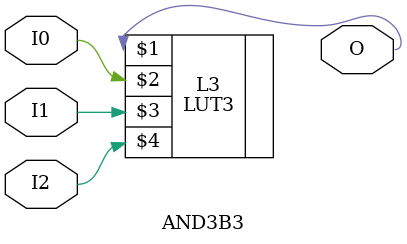
<source format=v>


`timescale  1 ps / 1 ps


module AND3B3 (O, I0, I1, I2);

    output O;

    input  I0, I1, I2;

    LUT3 #(.INIT(8'h01)) L3 (O, I0, I1, I2);

endmodule

</source>
